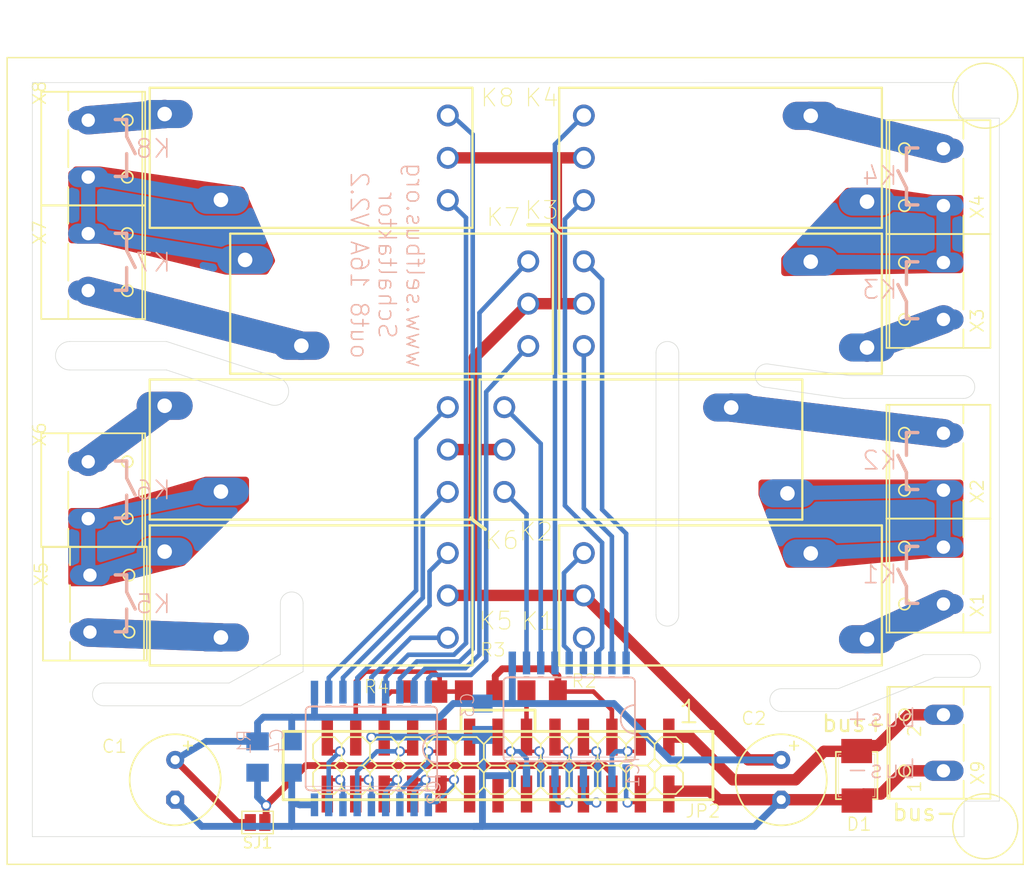
<source format=kicad_pcb>
(kicad_pcb (version 20240108) (generator "pcbnew") (generator_version "8.0")
  (layers (0 "F.Cu" signal) (31 "B.Cu" signal) (34 "B.Paste" user) (35 "F.Paste" user) (36 "B.SilkS" user "B.Silkscreen") (37 "F.SilkS" user "F.Silkscreen") (38 "B.Mask" user) (39 "F.Mask" user) (44 "Edge.Cuts" user))
  (net 0 "")
  (net 1 "GND")
  (net 2 "VDD")
  (net 3 "+12V")
  (net 4 "/O5")
  (net 5 "/O6")
  (net 6 "/O8")
  (net 7 "/O2")
  (net 8 "/O1")
  (net 9 "/O7")
  (net 10 "/O3")
  (net 11 "/O4")
  (net 12 "/IO4")
  (net 13 "/IO3")
  (net 14 "/IO7")
  (net 15 "/IO1")
  (net 16 "/IO2")
  (net 17 "/IO8")
  (net 18 "/IO6")
  (net 19 "/IO5")
  (net 20 "/O13")
  (net 21 "/O14")
  (net 22 "/O16")
  (net 23 "/O15")
  (net 24 "/O9")
  (net 25 "/O10")
  (net 26 "/O11")
  (net 27 "/O12")
  (net 28 "/IO12")
  (net 29 "/IO11")
  (net 30 "/IO10")
  (net 31 "/IO9")
  (net 32 "/IO15")
  (net 33 "/IO16")
  (net 34 "/IO14")
  (net 35 "/IO13")
  (net 36 "/APP_SEL")
  (net 41 "/EIB_DC")
  (net 42 "/+3V3")
  (net 43 "Net-(K1B-PA)")
  (net 44 "Net-(K1B-PB)")
  (net 45 "Net-(K2B-PB)")
  (net 46 "Net-(K3B-PA)")
  (net 47 "Net-(K3B-PB)")
  (net 48 "Net-(K4B-PB)")
  (net 49 "Net-(K5B-PA)")
  (net 50 "Net-(K5B-PB)")
  (net 51 "Net-(K6B-PA)")
  (net 52 "Net-(K7B-PA)")
  (net 53 "Net-(K7B-PB)")
  (net 54 "Net-(K8B-PA)")
  (footprint "out_8x_16A_bistab:HFE20-3-504" (layer "F.Cu") (at 160.0686 104.1066)
    (property "Reference" "K2")
    (property "Value" "HFE20-1-024-1HD504")
  )
  (footprint "out_8x_16A_bistab:E3,5-8" (layer "F.Cu") (at 118.0986 133.5786 -90)
    (property "Reference" "C1")
    (property "Value" "330µF/35V")
  )
  (footprint "out_8x_16A_bistab:W237-132" (layer "F.Cu") (at 110.9726 87.376 -90)
    (property "Reference" "X7")
    (property "Value" "W237-02P")
  )
  (footprint "out_8x_16A_bistab:W237-132" (layer "F.Cu") (at 186.0296 115.3541 90)
    (property "Reference" "X1")
    (property "Value" "W237-02P")
  )
  (footprint "out_8x_16A_bistab:M1206" (layer "F.Cu") (at 140.1826 125.7046)
    (property "Reference" "R4")
    (property "Value" "33k")
  )
  (footprint "out_8x_16A_bistab:HFE20-3-504" (layer "F.Cu") (at 137.0076 91.0891 180)
    (property "Reference" "K7")
    (property "Value" "HFE20-1-024-1HD504")
  )
  (footprint "out_8x_16A_bistab:M1206" (layer "F.Cu") (at 150.8506 125.7046)
    (property "Reference" "R2")
    (property "Value" "3k3")
  )
  (footprint "out_8x_16A_bistab:W237-132" (layer "F.Cu") (at 186.0296 89.9541 90)
    (property "Reference" "X3")
    (property "Value" "W237-02P")
  )
  (footprint "out_8x_16A_bistab:HFE20-3-504" (layer "F.Cu") (at 129.8286 117.1241 180)
    (property "Reference" "K5")
    (property "Value" "HFE20-1-024-1HD504")
  )
  (footprint "out_8x_16A_bistab:W237-132" (layer "F.Cu") (at 110.9726 107.7341 -90)
    (property "Reference" "X6")
    (property "Value" "W237-02P")
  )
  (footprint "out_8x_16A_bistab:HFE20-3-504" (layer "F.Cu") (at 167.1701 117.1241)
    (property "Reference" "K1")
    (property "Value" "HFE20-1-024-1HD504")
  )
  (footprint "out_8x_16A_bistab:W237-132" (layer "F.Cu") (at 186.0296 79.7941 90)
    (property "Reference" "X4")
    (property "Value" "W237-02P")
  )
  (footprint "Jumper:SolderJumper-2_P1.3mm_Open_Pad1.0x1.5mm" (layer "F.Cu") (at 125.4506 137.3886 180)
    (property "Reference" "SJ1")
    (property "Value" "A")
  )
  (footprint "out_8x_16A_bistab:W237-102" (layer "F.Cu") (at 185.3946 130.2766 90)
    (property "Reference" "X9")
    (property "Value" "W237-102")
  )
  (footprint "out_8x_16A_bistab:HUT4C-NO-DRILL" (layer "F.Cu") (at 103.0986 69.1261 -90)
    (property "Reference" "U$1" (hide yes))
    (property "Value" "" (hide yes))
    (fp_line (start 2.2275 -2.2525) (end 69.5275 -2.2525) (stroke (width 0.05)) (layer "Edge.Cuts"))
    (fp_line (start 69.5275 -2.2525) (end 69.5325 -85.4075) (stroke (width 0.05)) (layer "Edge.Cuts"))
    (fp_line (start 2.2225 -84.9075) (end 2.2275 -2.2525) (stroke (width 0.05)) (layer "Edge.Cuts"))
    (fp_line (start 5.4025 -84.9075) (end 2.2225 -84.9075) (stroke (width 0.05)) (layer "Edge.Cuts"))
    (fp_line (start 66.3525 -85.4075) (end 66.3525 -88.5525) (stroke (width 0.05)) (layer "Edge.Cuts"))
    (fp_line (start 69.5325 -85.4075) (end 66.3525 -85.4075) (stroke (width 0.05)) (layer "Edge.Cuts"))
    (fp_line (start 5.4025 -88.5525) (end 5.4025 -84.9075) (stroke (width 0.05)) (layer "Edge.Cuts"))
    (fp_line (start 66.3525 -88.5525) (end 5.4025 -88.5525) (stroke (width 0.05)) (layer "Edge.Cuts"))
  )
  (footprint "out_8x_16A_bistab:SMB" (layer "F.Cu") (at 179.0446 133.3246 -90)
    (property "Reference" "D1")
    (property "Value" "SMAJ40CA" (hide yes))
  )
  (footprint "out_8x_16A_bistab:W237-132" (layer "F.Cu") (at 110.9726 77.2541 -90)
    (property "Reference" "X8")
    (property "Value" "W237-02P")
  )
  (footprint "out_8x_16A_bistab:HFE20-3-504" (layer "F.Cu") (at 129.8286 104.1066 180)
    (property "Reference" "K6")
    (property "Value" "HFE20-1-024-1HD504")
  )
  (footprint "out_8x_16A_bistab:W237-132" (layer "F.Cu") (at 111.125 117.856 -90)
    (property "Reference" "X5")
    (property "Value" "W237-02P")
  )
  (footprint "out_8x_16A_bistab:HFE20-3-504" (layer "F.Cu") (at 129.8286 78.0716 180)
    (property "Reference" "K8")
    (property "Value" "HFE20-1-024-1HD504")
  )
  (footprint "out_8x_16A_bistab:M1206" (layer "F.Cu") (at 145.2626 125.7046)
    (property "Reference" "R3")
    (property "Value" "33k")
  )
  (footprint "out_8x_16A_bistab:W237-132" (layer "F.Cu") (at 186.0296 105.1941 90)
    (property "Reference" "X2")
    (property "Value" "W237-02P")
  )
  (footprint "out_8x_16A_bistab:HFE20-3-504" (layer "F.Cu") (at 167.1701 78.0716)
    (property "Reference" "K4")
    (property "Value" "HFE20-1-024-1HD504")
  )
  (footprint "out_8x_16A_bistab:2X13SMD" (layer "F.Cu") (at 160.8836 133.5786 180)
    (property "Reference" "JP2")
    (property "Value" "A" (hide yes))
  )
  (footprint "out_8x_16A_bistab:HFE20-3-504" (layer "F.Cu") (at 167.1701 91.0891)
    (property "Reference" "K3")
    (property "Value" "HFE20-1-024-1HD504")
  )
  (footprint "out_8x_16A_bistab:E3,5-8" (layer "F.Cu") (at 172.1866 133.5786 -90)
    (property "Reference" "C2")
    (property "Value" "330µF/35V")
  )
  (footprint "out_8x_16A_bistab:C1206" (layer "B.Cu") (at 145.5216 128.1736 -90)
    (property "Reference" "C3")
    (property "Value" "100n")
  )
  (footprint "out_8x_16A_bistab:SO18W" (layer "B.Cu") (at 135.6106 130.7846 180)
    (property "Reference" "IC2")
    (property "Value" "ULN2803")
  )
  (footprint "out_8x_16A_bistab:SO18W" (layer "B.Cu") (at 153.2636 128.1811 180)
    (property "Reference" "IC1")
    (property "Value" "ULN2803")
  )
  (footprint "out_8x_16A_bistab:M1206" (layer "B.Cu") (at 125.4506 131.5466 90)
    (property "Reference" "R1")
    (property "Value" "680")
  )
  (footprint "out_8x_16A_bistab:C1206" (layer "B.Cu") (at 128.4986 131.5466 -90)
    (property "Reference" "C4")
    (property "Value" "100n")
  )
  (gr_line (start 183.3626 80.7466) (end 182.6006 79.2226) (stroke (width 0.3048)) (layer "B.SilkS"))
  (gr_line (start 113.7666 77.6986) (end 113.7666 79.7306) (stroke (width 0.3048)) (layer "B.SilkS"))
  (gr_line (start 183.3626 87.3506) (end 184.3786 87.3506) (stroke (width 0.3048)) (layer "B.SilkS"))
  (gr_line (start 183.3626 79.2226) (end 183.3626 77.1906) (stroke (width 0.3048)) (layer "B.SilkS"))
  (gr_line (start 112.7506 84.8106) (end 113.7666 84.8106) (stroke (width 0.3048)) (layer "B.SilkS"))
  (gr_line (start 113.7666 86.3346) (end 114.5286 87.8586) (stroke (width 0.3048)) (layer "B.SilkS"))
  (gr_line (start 184.3786 92.4306) (end 183.3626 92.4306) (stroke (width 0.3048)) (layer "B.SilkS"))
  (gr_line (start 113.7666 87.8586) (end 113.7666 89.8906) (stroke (width 0.3048)) (layer "B.SilkS"))
  (gr_line (start 113.7666 84.8106) (end 113.7666 86.3346) (stroke (width 0.3048)) (layer "B.SilkS"))
  (gr_line (start 112.7506 115.2906) (end 113.7666 115.2906) (stroke (width 0.3048)) (layer "B.SilkS"))
  (gr_line (start 183.3626 107.6706) (end 183.3626 106.1466) (stroke (width 0.3048)) (layer "B.SilkS"))
  (gr_line (start 113.7666 118.3386) (end 113.7666 120.3706) (stroke (width 0.3048)) (layer "B.SilkS"))
  (gr_line (start 113.7666 115.2906) (end 113.7666 116.8146) (stroke (width 0.3048)) (layer "B.SilkS"))
  (gr_line (start 113.7666 105.1306) (end 113.7666 106.6546) (stroke (width 0.3048)) (layer "B.SilkS"))
  (gr_line (start 183.3626 106.1466) (end 182.6006 104.6226) (stroke (width 0.3048)) (layer "B.SilkS"))
  (gr_line (start 113.7666 116.8146) (end 114.5286 118.3386) (stroke (width 0.3048)) (layer "B.SilkS"))
  (gr_line (start 112.7506 105.1306) (end 113.7666 105.1306) (stroke (width 0.3048)) (layer "B.SilkS"))
  (gr_line (start 183.3626 82.2706) (end 183.3626 80.7466) (stroke (width 0.3048)) (layer "B.SilkS"))
  (gr_line (start 183.3626 89.3826) (end 183.3626 87.3506) (stroke (width 0.3048)) (layer "B.SilkS"))
  (gr_line (start 183.3626 114.7826) (end 183.3626 112.7506) (stroke (width 0.3048)) (layer "B.SilkS"))
  (gr_line (start 183.3626 92.4306) (end 183.3626 90.9066) (stroke (width 0.3048)) (layer "B.SilkS"))
  (gr_line (start 183.3626 112.7506) (end 184.3786 112.7506) (stroke (width 0.3048)) (layer "B.SilkS"))
  (gr_line (start 113.7666 74.6506) (end 113.7666 76.1746) (stroke (width 0.3048)) (layer "B.SilkS"))
  (gr_line (start 184.3786 117.8306) (end 183.3626 117.8306) (stroke (width 0.3048)) (layer "B.SilkS"))
  (gr_line (start 113.7666 110.2106) (end 112.7506 110.2106) (stroke (width 0.3048)) (layer "B.SilkS"))
  (gr_line (start 113.7666 89.8906) (end 112.7506 89.8906) (stroke (width 0.3048)) (layer "B.SilkS"))
  (gr_line (start 113.7666 120.3706) (end 112.7506 120.3706) (stroke (width 0.3048)) (layer "B.SilkS"))
  (gr_line (start 184.3786 107.6706) (end 183.3626 107.6706) (stroke (width 0.3048)) (layer "B.SilkS"))
  (gr_line (start 183.3626 104.6226) (end 183.3626 102.5906) (stroke (width 0.3048)) (layer "B.SilkS"))
  (gr_line (start 113.7666 76.1746) (end 114.5286 77.6986) (stroke (width 0.3048)) (layer "B.SilkS"))
  (gr_line (start 112.7506 74.6506) (end 113.7666 74.6506) (stroke (width 0.3048)) (layer "B.SilkS"))
  (gr_line (start 113.7666 106.6546) (end 114.5286 108.1786) (stroke (width 0.3048)) (layer "B.SilkS"))
  (gr_line (start 113.7666 79.7306) (end 112.7506 79.7306) (stroke (width 0.3048)) (layer "B.SilkS"))
  (gr_line (start 113.7666 108.1786) (end 113.7666 110.2106) (stroke (width 0.3048)) (layer "B.SilkS"))
  (gr_line (start 183.3626 77.1906) (end 184.3786 77.1906) (stroke (width 0.3048)) (layer "B.SilkS"))
  (gr_line (start 183.3626 90.9066) (end 182.6006 89.3826) (stroke (width 0.3048)) (layer "B.SilkS"))
  (gr_line (start 183.3626 102.5906) (end 184.3786 102.5906) (stroke (width 0.3048)) (layer "B.SilkS"))
  (gr_line (start 184.3786 82.2706) (end 183.3626 82.2706) (stroke (width 0.3048)) (layer "B.SilkS"))
  (gr_line (start 183.3626 116.3066) (end 182.6006 114.7826) (stroke (width 0.3048)) (layer "B.SilkS"))
  (gr_line (start 183.3626 117.8306) (end 183.3626 116.3066) (stroke (width 0.3048)) (layer "B.SilkS"))
  (gr_line (start 143.6116 129.2606) (end 143.6116 127.3556) (stroke (width 0.254)) (layer "F.SilkS"))
  (gr_line (start 127.7366 129.2606) (end 127.7366 135.3566) (stroke (width 0.254)) (layer "F.SilkS"))
  (gr_line (start 150.2156 127.3556) (end 150.2156 129.2606) (stroke (width 0.254)) (layer "F.SilkS"))
  (gr_line (start 151.6126 84.0486) (end 152.3746 84.8106) (stroke (width 0.3048)) (layer "F.SilkS"))
  (gr_line (start 127.7366 135.3566) (end 166.0906 135.3566) (stroke (width 0.254)) (layer "F.SilkS"))
  (gr_line (start 143.6116 129.2606) (end 127.7366 129.2606) (stroke (width 0.254)) (layer "F.SilkS"))
  (gr_line (start 145.7706 111.2266) (end 144.7546 110.4646) (stroke (width 0.3048)) (layer "F.SilkS"))
  (gr_line (start 166.0906 129.2606) (end 150.2156 129.2606) (stroke (width 0.254)) (layer "F.SilkS"))
  (gr_line (start 144.7546 110.4646) (end 144.5006 110.2106) (stroke (width 0.3048)) (layer "F.SilkS"))
  (gr_line (start 166.0906 135.3566) (end 166.0906 129.2606) (stroke (width 0.254)) (layer "F.SilkS"))
  (gr_line (start 150.2156 129.2606) (end 143.6116 129.2606) (stroke (width 0.254)) (layer "F.SilkS"))
  (gr_line (start 143.6116 127.3556) (end 150.2156 127.3556) (stroke (width 0.254)) (layer "F.SilkS"))
  (gr_line (start 151.6126 84.0486) (end 149.5806 84.0486) (stroke (width 0.3048)) (layer "F.SilkS"))
  (gr_line (start 126.4666 100.0506) (end 117.3226 97.0026) (stroke (width 0.05)) (layer "Edge.Cuts"))
  (gr_line (start 172.1866 127.4826) (end 178.2826 127.4826) (stroke (width 0.05)) (layer "Edge.Cuts"))
  (gr_line (start 178.2826 127.4826) (end 185.9026 124.4346) (stroke (width 0.05)) (layer "Edge.Cuts"))
  (gr_line (start 177.7746 99.5426) (end 170.6626 98.5266) (stroke (width 0.05)) (layer "Edge.Cuts"))
  (gr_arc (start 172.1866 127.4826) (mid 171.1706 126.4666) (end 172.1866 125.4506) (stroke (width 0.05)) (layer "Edge.Cuts"))
  (gr_line (start 184.8866 122.4026) (end 177.2666 125.4506) (stroke (width 0.05)) (layer "Edge.Cuts"))
  (gr_line (start 117.3226 97.0026) (end 108.6866 97.0026) (stroke (width 0.05)) (layer "Edge.Cuts"))
  (gr_arc (start 108.6866 97.0026) (mid 107.4166 95.7326) (end 108.6866 94.4626) (stroke (width 0.05)) (layer "Edge.Cuts"))
  (gr_line (start 127.4826 122.4026) (end 127.4826 117.8306) (stroke (width 0.05)) (layer "Edge.Cuts"))
  (gr_arc (start 163.0426 118.8466) (mid 162.0266 119.8626) (end 161.0106 118.8466) (stroke (width 0.05)) (layer "Edge.Cuts"))
  (gr_line (start 108.6866 94.4626) (end 117.3226 94.4626) (stroke (width 0.05)) (layer "Edge.Cuts"))
  (gr_line (start 185.9026 124.4346) (end 188.9506 124.4346) (stroke (width 0.05)) (layer "Edge.Cuts"))
  (gr_line (start 123.9266 126.9746) (end 111.7346 126.9746) (stroke (width 0.05)) (layer "Edge.Cuts"))
  (gr_line (start 178.2826 97.5106) (end 171.1706 96.4946) (stroke (width 0.05)) (layer "Edge.Cuts"))
  (gr_line (start 177.2666 125.4506) (end 172.1866 125.4506) (stroke (width 0.05)) (layer "Edge.Cuts"))
  (gr_line (start 188.9506 122.4026) (end 184.8866 122.4026) (stroke (width 0.05)) (layer "Edge.Cuts"))
  (gr_line (start 188.4426 97.5106) (end 178.2826 97.5106) (stroke (width 0.05)) (layer "Edge.Cuts"))
  (gr_line (start 117.3226 94.4626) (end 127.4826 97.7646) (stroke (width 0.05)) (layer "Edge.Cuts"))
  (gr_line (start 129.5146 117.8306) (end 129.5146 123.9266) (stroke (width 0.05)) (layer "Edge.Cuts"))
  (gr_arc (start 188.9506 122.4026) (mid 189.9666 123.4186) (end 188.9506 124.4346) (stroke (width 0.05)) (layer "Edge.Cuts"))
  (gr_line (start 161.0106 95.4786) (end 161.0106 118.8466) (stroke (width 0.05)) (layer "Edge.Cuts"))
  (gr_arc (start 127.4826 97.7646) (mid 128.1176 99.4156) (end 126.4666 100.0506) (stroke (width 0.05)) (layer "Edge.Cuts"))
  (gr_line (start 163.0426 118.8466) (end 163.0426 95.4786) (stroke (width 0.05)) (layer "Edge.Cuts"))
  (gr_arc (start 111.7346 126.9746) (mid 110.7186 125.9586) (end 111.7346 124.9426) (stroke (width 0.05)) (layer "Edge.Cuts"))
  (gr_arc (start 188.4426 97.5106) (mid 189.4586 98.5266) (end 188.4426 99.5426) (stroke (width 0.05)) (layer "Edge.Cuts"))
  (gr_arc (start 127.4826 117.8306) (mid 128.4986 116.8146) (end 129.5146 117.8306) (stroke (width 0.05)) (layer "Edge.Cuts"))
  (gr_line (start 111.7346 124.9426) (end 122.9106 124.9426) (stroke (width 0.05)) (layer "Edge.Cuts"))
  (gr_line (start 188.4426 99.5426) (end 177.7746 99.5426) (stroke (width 0.05)) (layer "Edge.Cuts"))
  (gr_line (start 122.9106 124.9426) (end 127.4826 122.4026) (stroke (width 0.05)) (layer "Edge.Cuts"))
  (gr_line (start 129.5146 123.9266) (end 123.9266 126.9746) (stroke (width 0.05)) (layer "Edge.Cuts"))
  (gr_arc (start 170.6626 98.5266) (mid 169.9006 97.2566) (end 171.1706 96.4946) (stroke (width 0.05)) (layer "Edge.Cuts"))
  (gr_arc (start 161.0106 95.4786) (mid 162.0266 94.4626) (end 163.0426 95.4786) (stroke (width 0.05)) (layer "Edge.Cuts"))
  (gr_text "K3" (at 179.2986 88.8746 0) (layer "B.SilkS") (effects (font (size 1.63576 1.63576) (thickness 0.14224)) (justify right top mirror)))
  (gr_text "K7" (at 117.8306 88.3666 0) (layer "B.SilkS") (effects (font (size 1.63576 1.63576) (thickness 0.14224)) (justify left bottom mirror)))
  (gr_text "www.selfbus.org\nSchaltaktor\nout8 16A V2.2" (at 137.014003 87.654429 -90) (layer "B.SilkS") (effects (font (size 1.542288 1.542288) (thickness 0.134112)) (justify mirror)))
  (gr_text "K6" (at 117.8306 108.6866 0) (layer "B.SilkS") (effects (font (size 1.63576 1.63576) (thickness 0.14224)) (justify left bottom mirror)))
  (gr_text "K4" (at 179.2986 78.7146 0) (layer "B.SilkS") (effects (font (size 1.63576 1.63576) (thickness 0.14224)) (justify right top mirror)))
  (gr_text "K1" (at 179.2986 114.2746 0) (layer "B.SilkS") (effects (font (size 1.63576 1.63576) (thickness 0.14224)) (justify right top mirror)))
  (gr_text "K5" (at 117.8306 118.8466 0) (layer "B.SilkS") (effects (font (size 1.63576 1.63576) (thickness 0.14224)) (justify left bottom mirror)))
  (gr_text "bus-" (at 184.3786 133.5786 0) (layer "B.SilkS") (effects (font (size 1.63576 1.63576) (thickness 0.14224)) (justify left bottom mirror)))
  (gr_text "K2" (at 179.2986 104.1146 0) (layer "B.SilkS") (effects (font (size 1.63576 1.63576) (thickness 0.14224)) (justify right top mirror)))
  (gr_text "bus+" (at 184.3786 129.0066 0) (layer "B.SilkS") (effects (font (size 1.63576 1.63576) (thickness 0.14224)) (justify left bottom mirror)))
  (gr_text "K8" (at 117.8306 78.2066 0) (layer "B.SilkS") (effects (font (size 1.63576 1.63576) (thickness 0.14224)) (justify left bottom mirror)))
  (gr_text "bus+" (at 178.681284 128.552904 0) (layer "F.SilkS") (effects (font (size 1.475232 1.475232) (thickness 0.201168))))
  (gr_text "1" (at 162.879128 128.696638 0) (layer "F.SilkS") (effects (font (size 2.009648 2.009648) (thickness 0.174752)) (justify left bottom)))
  (gr_text "bus-" (at 184.959175 136.507191 0) (layer "F.SilkS") (effects (font (size 1.475232 1.475232) (thickness 0.201168))))
  (segment (start 178.8668 135.3566) (end 178.943 135.4328) (width 1.016) (layer "F.Cu") (net 1))
  (segment (start 172.1866 135.3566) (end 178.8668 135.3566) (width 1.016) (layer "F.Cu") (net 1))
  (segment (start 186.6646 132.7766) (end 183.1486 132.7766) (width 1.016) (layer "F.Cu") (net 1))
  (segment (start 136.7536 129.7686) (end 135.6106 129.7686) (width 0.3048) (layer "F.Cu") (net 1))
  (segment (start 179.5272 134.8486) (end 178.943 135.4328) (width 1.016) (layer "F.Cu") (net 1))
  (segment (start 165.8366 134.5946) (end 162.4076 134.5946) (width 1.016) (layer "F.Cu") (net 1))
  (segment (start 172.1866 135.3566) (end 166.5986 135.3566) (width 1.016) (layer "F.Cu") (net 1))
  (segment (start 166.5986 135.3566) (end 165.8366 134.5946) (width 1.016) (layer "F.Cu") (net 1))
  (segment (start 136.7536 129.7686) (end 136.7536 126.3396) (width 0.4064) (layer "F.Cu") (net 1))
  (segment (start 181.0766 134.8486) (end 179.5272 134.8486) (width 1.016) (layer "F.Cu") (net 1))
  (segment (start 136.7536 126.3396) (end 137.3886 125.7046) (width 0.4064) (layer "F.Cu") (net 1))
  (segment (start 138.7826 125.7046) (end 137.3886 125.7046) (width 0.4064) (layer "F.Cu") (net 1))
  (segment (start 183.1486 132.7766) (end 181.0766 134.8486) (width 1.016) (layer "F.Cu") (net 1))
  (segment (start 162.4076 134.5946) (end 162.1536 134.8486) (width 1.016) (layer "F.Cu") (net 1))
  (via (at 135.6106 129.7686) (size 0.9048) (drill 0.6) (layers "F.Cu" "B.Cu") (net 1))
  (segment (start 145.5216 129.5736) (end 144.8186 129.7686) (width 0.6096) (layer "B.Cu") (net 1))
  (segment (start 130.5306 135.8138) (end 129.2098 135.8138) (width 0.6096) (layer "B.Cu") (net 1))
  (segment (start 145.5216 133.0706) (end 145.5216 137.7286) (width 0.6096) (layer "B.Cu") (net 1))
  (segment (start 129.2098 135.8138) (end 128.4986 135.6106) (width 0.6096) (layer "B.Cu") (net 1))
  (segment (start 145.5216 137.7286) (end 144.7546 137.7336) (width 0.6096) (layer "B.Cu") (net 1))
  (segment (start 145.5216 129.5736) (end 145.5216 133.0706) (width 0.6096) (layer "B.Cu") (net 1))
  (segment (start 128.4986 137.7336) (end 120.4756 137.7336) (width 0.6096) (layer "B.Cu") (net 1))
  (segment (start 128.4986 135.6106) (end 128.4986 137.7336) (width 0.6096) (layer "B.Cu") (net 1))
  (segment (start 169.8096 137.7336) (end 172.1866 135.3566) (width 0.6096) (layer "B.Cu") (net 1))
  (segment (start 128.4986 132.9466) (end 128.4986 135.6106) (width 0.6096) (layer "B.Cu") (net 1))
  (segment (start 145.6613 133.2103) (end 145.5216 133.0706) (width 0.6096) (layer "B.Cu") (net 1))
  (segment (start 144.8186 129.7686) (end 135.6106 129.7686) (width 0.6096) (layer "B.Cu") (net 1))
  (segment (start 128.4986 137.7336) (end 144.7546 137.7336) (width 0.6096) (layer "B.Cu") (net 1))
  (segment (start 144.7546 137.7336) (end 169.8096 137.7336) (width 0.6096) (layer "B.Cu") (net 1))
  (segment (start 148.1836 133.2103) (end 145.6613 133.2103) (width 0.6096) (layer "B.Cu") (net 1))
  (segment (start 120.4756 137.7336) (end 118.0986 135.3566) (width 0.6096) (layer "B.Cu") (net 1))
  (segment (start 142.4286 104.1066) (end 144.804093 104.1066) (width 1.016) (layer "F.Cu") (net 2))
  (segment (start 169.2466 131.8006) (end 154.5701 117.1241) (width 1.016) (layer "F.Cu") (net 2))
  (segment (start 154.5701 91.0891) (end 152.107715 91.0891) (width 1.016) (layer "F.Cu") (net 2))
  (segment (start 144.804093 95.892607) (end 144.804093 104.1066) (width 1.016) (layer "F.Cu") (net 2))
  (segment (start 144.804093 104.1066) (end 144.7546 117.1241) (width 1.016) (layer "F.Cu") (net 2))
  (segment (start 154.5701 117.1241) (end 144.7546 117.1241) (width 1.016) (layer "F.Cu") (net 2))
  (segment (start 154.5701 78.0716) (end 152.1206 78.0716) (width 1.016) (layer "F.Cu") (net 2))
  (segment (start 152.1206 78.0716) (end 142.4286 78.0716) (width 1.016) (layer "F.Cu") (net 2))
  (segment (start 149.6076 91.0891) (end 144.804093 95.892607) (width 1.016) (layer "F.Cu") (net 2))
  (segment (start 152.1206 91.076216) (end 152.1206 78.0716) (width 1.016) (layer "F.Cu") (net 2))
  (segment (start 144.804093 104.1066) (end 147.4686 104.1066) (width 1.016) (layer "F.Cu") (net 2))
  (segment (start 123.6866 137.3886) (end 118.0986 131.8006) (width 0.6096) (layer "F.Cu") (net 2))
  (segment (start 144.7546 117.1241) (end 142.4286 117.1241) (width 1.016) (layer "F.Cu") (net 2))
  (segment (start 124.6886 137.3886) (end 123.6866 137.3886) (width 0.6096) (layer "F.Cu") (net 2))
  (segment (start 152.107715 91.0891) (end 152.1206 91.076216) (width 1.016) (layer "F.Cu") (net 2))
  (segment (start 172.1866 131.8006) (end 169.2466 131.8006) (width 1.016) (layer "F.Cu") (net 2))
  (segment (start 152.107715 91.0891) (end 149.6076 91.0891) (width 1.016) (layer "F.Cu") (net 2))
  (segment (start 130.5306 125.7554) (end 130.5306 127.9906) (width 0.6096) (layer "B.Cu") (net 2))
  (segment (start 148.1836 123.1519) (end 148.1836 126.6466) (width 0.6096) (layer "B.Cu") (net 2))
  (segment (start 141.7066 127.9906) (end 130.5306 127.9906) (width 0.6096) (layer "B.Cu") (net 2))
  (segment (start 128.4986 130.1466) (end 128.4986 127.9906) (width 0.6096) (layer "B.Cu") (net 2))
  (segment (start 162.2806 131.8006) (end 172.1866 131.8006) (width 0.6096) (layer "B.Cu") (net 2))
  (segment (start 157.2536 126.7736) (end 162.2806 131.8006) (width 0.6096) (layer "B.Cu") (net 2))
  (segment (start 130.5306 127.9906) (end 128.4986 127.9906) (width 0.6096) (layer "B.Cu") (net 2))
  (segment (start 125.4506 130.1466) (end 120.8816 130.1466) (width 0.6096) (layer "B.Cu") (net 2))
  (segment (start 128.4986 127.9906) (end 125.9586 127.9906) (width 0.6096) (layer "B.Cu") (net 2))
  (segment (start 142.9236 126.7736) (end 141.7066 127.9906) (width 0.6096) (layer "B.Cu") (net 2))
  (segment (start 120.8816 130.1466) (end 118.0986 131.8006) (width 0.6096) (layer "B.Cu") (net 2))
  (segment (start 125.9586 127.9906) (end 125.4506 128.4986) (width 0.6096) (layer "B.Cu") (net 2))
  (segment (start 125.4506 128.4986) (end 125.4506 130.1466) (width 0.6096) (layer "B.Cu") (net 2))
  (segment (start 145.5216 126.7736) (end 148.3106 126.7736) (width 0.6096) (layer "B.Cu") (net 2))
  (segment (start 145.5216 126.7736) (end 142.9236 126.7736) (width 0.6096) (layer "B.Cu") (net 2))
  (segment (start 148.1836 126.6466) (end 148.3106 126.7736) (width 0.6096) (layer "B.Cu") (net 2))
  (segment (start 148.3106 126.7736) (end 157.2536 126.7736) (width 0.6096) (layer "B.Cu") (net 2))
  (segment (start 178.8922 131.0386) (end 178.9176 131.0132) (width 1.016) (layer "F.Cu") (net 3))
  (segment (start 183.5766 127.7766) (end 180.8226 130.5306) (width 1.016) (layer "F.Cu") (net 3))
  (segment (start 167.8686 133.5786) (end 173.4566 133.5786) (width 1.016) (layer "F.Cu") (net 3))
  (segment (start 186.6646 127.7766) (end 183.5766 127.7766) (width 1.016) (layer "F.Cu") (net 3))
  (segment (start 164.0586 129.7686) (end 162.1536 129.7686) (width 1.016) (layer "F.Cu") (net 3))
  (segment (start 179.4002 130.5306) (end 178.9176 131.0132) (width 1.016) (layer "F.Cu") (net 3))
  (segment (start 173.4566 133.5786) (end 175.9966 131.0386) (width 1.016) (layer "F.Cu") (net 3))
  (segment (start 180.8226 130.5306) (end 179.4002 130.5306) (width 1.016) (layer "F.Cu") (net 3))
  (segment (start 164.0586 129.7686) (end 167.8686 133.5786) (width 1.016) (layer "F.Cu") (net 3))
  (segment (start 175.9966 131.0386) (end 178.8922 131.0386) (width 1.016) (layer "F.Cu") (net 3))
  (segment (start 156.1986 88.9376) (end 154.5701 87.3091) (width 0.4064) (layer "B.Cu") (net 4))
  (segment (start 156.1986 109.4626) (end 156.1986 88.9376) (width 0.4064) (layer "B.Cu") (net 4))
  (segment (start 156.1986 109.4626) (end 158.3436 111.6076) (width 0.4064) (layer "B.Cu") (net 4))
  (segment (start 158.3436 123.1519) (end 158.3436 111.6076) (width 0.4064) (layer "B.Cu") (net 4))
  (segment (start 157.0736 123.1519) (end 157.0736 111.8616) (width 0.4064) (layer "B.Cu") (net 5))
  (segment (start 154.5701 109.3581) (end 154.5701 94.8691) (width 0.4064) (layer "B.Cu") (net 5))
  (segment (start 157.0736 111.8616) (end 154.5701 109.3581) (width 0.4064) (layer "B.Cu") (net 5))
  (segment (start 156.1986 121.775191) (end 155.85575 122.118041) (width 0.4064) (layer "B.Cu") (net 6))
  (segment (start 152.8826 83.5391) (end 152.8826 109.108504) (width 0.4064) (layer "B.Cu") (net 6))
  (segment (start 155.85575 123.09975) (end 155.8036 123.1519) (width 0.4064) (layer "B.Cu") (net 6))
  (segment (start 156.1986 112.424504) (end 156.1986 121.775191) (width 0.4064) (layer "B.Cu") (net 6))
  (segment (start 153.224362 109.450266) (end 156.1986 112.424504) (width 0.4064) (layer "B.Cu") (net 6))
  (segment (start 155.8036 123.1519) (end 155.8036 123.0376) (width 0.3048) (layer "B.Cu") (net 6))
  (segment (start 152.8826 83.5391) (end 154.5701 81.8516) (width 0.4064) (layer "B.Cu") (net 6))
  (segment (start 152.968696 109.1946) (end 153.224362 109.450266) (width 0.4064) (layer "B.Cu") (net 6))
  (segment (start 152.8826 109.108504) (end 152.968696 109.1946) (width 0.4064) (layer "B.Cu") (net 6))
  (segment (start 155.85575 122.118041) (end 155.85575 123.09975) (width 0.4064) (layer "B.Cu") (net 6))
  (segment (start 154.5336 120.9406) (end 154.5701 120.9041) (width 0.3048) (layer "B.Cu") (net 7))
  (segment (start 154.5336 123.1519) (end 154.5336 120.9406) (width 0.3048) (layer "B.Cu") (net 7))
  (segment (start 154.5701 113.3441) (end 152.7986 115.1156) (width 0.4064) (layer "B.Cu") (net 8))
  (segment (start 153.260687 122.072935) (end 153.260687 123.148988) (width 0.4064) (layer "B.Cu") (net 8))
  (segment (start 153.260687 123.148988) (end 153.2636 123.1519) (width 0.4064) (layer "B.Cu") (net 8))
  (segment (start 152.7986 121.610847) (end 153.260687 122.072935) (width 0.4064) (layer "B.Cu") (net 8))
  (segment (start 152.7986 115.1156) (end 152.7986 121.610847) (width 0.4064) (layer "B.Cu") (net 8))
  (segment (start 151.9936 123.1519) (end 151.9936 76.8681) (width 0.4064) (layer "B.Cu") (net 9))
  (segment (start 151.9936 76.8681) (end 154.5701 74.2916) (width 0.4064) (layer "B.Cu") (net 9))
  (segment (start 150.7236 103.5816) (end 147.4686 100.3266) (width 0.4064) (layer "B.Cu") (net 10))
  (segment (start 150.7236 123.1519) (end 150.7236 103.5816) (width 0.4064) (layer "B.Cu") (net 10))
  (segment (start 149.4536 123.1519) (end 149.4536 109.8716) (width 0.4064) (layer "B.Cu") (net 11))
  (segment (start 149.4536 109.8716) (end 147.4686 107.8866) (width 0.4064) (layer "B.Cu") (net 11))
  (segment (start 146.9136 129.7686) (end 146.9136 131.0386) (width 0.3048) (layer "F.Cu") (net 12))
  (segment (start 146.9136 131.0386) (end 148.0566 131.0386) (width 0.3048) (layer "F.Cu") (net 12))
  (via (at 148.0566 131.0386) (size 0.9048) (drill 0.6) (layers "F.Cu" "B.Cu") (net 12))
  (segment (start 148.8186 131.0386) (end 148.0566 131.0386) (width 0.4064) (layer "B.Cu") (net 12))
  (segment (start 149.4536 131.6736) (end 148.8186 131.0386) (width 0.4064) (layer "B.Cu") (net 12))
  (segment (start 149.4536 133.2103) (end 149.4536 131.6736) (width 0.4064) (layer "B.Cu") (net 12))
  (segment (start 149.4536 129.7686) (end 149.4536 131.0386) (width 0.3048) (layer "F.Cu") (net 13))
  (segment (start 149.4536 129.7686) (end 149.4536 125.7076) (width 0.4064) (layer "F.Cu") (net 13))
  (segment (start 149.4536 131.0386) (end 150.5966 131.0386) (width 0.3048) (layer "F.Cu") (net 13))
  (segment (start 149.4536 125.7076) (end 149.4506 125.7046) (width 0.4064) (layer "F.Cu") (net 13))
  (via (at 150.5966 131.0386) (size 0.9048) (drill 0.6) (layers "F.Cu" "B.Cu") (net 13))
  (segment (start 150.7236 131.1656) (end 150.5966 131.0386) (width 0.4064) (layer "B.Cu") (net 13))
  (segment (start 150.7236 133.2103) (end 150.7236 131.1656) (width 0.4064) (layer "B.Cu") (net 13))
  (segment (start 151.9936 134.8486) (end 151.9936 135.6106) (width 0.3048) (layer "F.Cu") (net 14))
  (segment (start 151.9936 135.6106) (end 153.1366 135.6106) (width 0.3048) (layer "F.Cu") (net 14))
  (via (at 153.1366 135.6106) (size 0.9048) (drill 0.6) (layers "F.Cu" "B.Cu") (net 14))
  (segment (start 151.9936 135.2296) (end 152.3746 135.6106) (width 0.4064) (layer "B.Cu") (net 14))
  (segment (start 151.9936 133.2103) (end 151.9936 135.2296) (width 0.4064) (layer "B.Cu") (net 14))
  (segment (start 152.3746 135.6106) (end 153.1366 135.6106) (width 0.4064) (layer "B.Cu") (net 14))
  (segment (start 151.9936 129.7686) (end 151.9936 131.0386) (width 0.3048) (layer "F.Cu") (net 15))
  (segment (start 151.9936 131.0386) (end 153.1366 131.0386) (width 0.3048) (layer "F.Cu") (net 15))
  (via (at 153.1366 131.0386) (size 0.9048) (drill 0.6) (layers "F.Cu" "B.Cu") (net 15))
  (segment (start 153.2636 133.2103) (end 153.2636 131.1656) (width 0.4064) (layer "B.Cu") (net 15))
  (segment (start 153.2636 131.1656) (end 153.1366 131.0386) (width 0.4064) (layer "B.Cu") (net 15))
  (segment (start 154.5336 135.6106) (end 155.6766 135.6106) (width 0.3048) (layer "F.Cu") (net 16))
  (segment (start 154.5336 134.8486) (end 154.5336 135.6106) (width 0.3048) (layer "F.Cu") (net 16))
  (via (at 155.6766 135.6106) (size 0.9048) (drill 0.6) (layers "F.Cu" "B.Cu") (net 16))
  (segment (start 154.5336 135.2296) (end 154.9146 135.6106) (width 0.4064) (layer "B.Cu") (net 16))
  (segment (start 154.9146 135.6106) (end 155.6766 135.6106) (width 0.4064) (layer "B.Cu") (net 16))
  (segment (start 154.5336 133.2103) (end 154.5336 135.2296) (width 0.4064) (layer "B.Cu") (net 16))
  (segment (start 154.5336 131.0386) (end 155.6766 131.0386) (width 0.3048) (layer "F.Cu") (net 17))
  (segment (start 154.5336 129.7686) (end 154.5336 131.0386) (width 0.3048) (layer "F.Cu") (net 17))
  (via (at 155.6766 131.0386) (size 0.9048) (drill 0.6) (layers "F.Cu" "B.Cu") (net 17))
  (segment (start 155.8036 133.2103) (end 155.8036 131.1656) (width 0.4064) (layer "B.Cu") (net 17))
  (segment (start 155.8036 131.1656) (end 155.6766 131.0386) (width 0.4064) (layer "B.Cu") (net 17))
  (segment (start 159.6136 129.7686) (end 159.6136 131.0386) (width 0.3048) (layer "F.Cu") (net 18))
  (segment (start 159.6136 131.0386) (end 158.4706 131.0386) (width 0.3048) (layer "F.Cu") (net 18))
  (via (at 158.4706 131.0386) (size 0.9048) (drill 0.6) (layers "F.Cu" "B.Cu") (net 18))
  (segment (start 157.0736 133.2103) (end 157.0736 131.4196) (width 0.4064) (layer "B.Cu") (net 18))
  (segment (start 157.0736 131.4196) (end 157.4546 131.0386) (width 0.4064) (layer "B.Cu") (net 18))
  (segment (start 157.4546 131.0386) (end 158.4706 131.0386) (width 0.4064) (layer "B.Cu") (net 18))
  (segment (start 159.6136 135.6106) (end 158.4706 135.6106) (width 0.3048) (layer "F.Cu") (net 19))
  (segment (start 159.6136 134.8486) (end 159.6136 135.6106) (width 0.3048) (layer "F.Cu") (net 19))
  (via (at 158.4706 135.6106) (size 0.9048) (drill 0.6) (layers "F.Cu" "B.Cu") (net 19))
  (segment (start 158.3436 135.4836) (end 158.4706 135.6106) (width 0.4064) (layer "B.Cu") (net 19))
  (segment (start 158.3436 133.2103) (end 158.3436 135.4836) (width 0.4064) (layer "B.Cu") (net 19))
  (segment (start 149.6076 94.8691) (end 145.8536 98.9601) (width 0.4064) (layer "B.Cu") (net 20))
  (segment (start 140.695043 124.521632) (end 140.695043 125.750957) (width 0.4064) (layer "B.Cu") (net 20))
  (segment (start 140.998075 124.2186) (end 140.695043 124.521632) (width 0.4064) (layer "B.Cu") (net 20))
  (segment (start 144.5006 124.2186) (end 145.8536 122.9106) (width 0.4064) (layer "B.Cu") (net 20))
  (segment (start 140.998075 124.2186) (end 144.5006 124.2186) (width 0.4064) (layer "B.Cu") (net 20))
  (segment (start 140.695043 125.750957) (end 140.6906 125.7554) (width 0.4064) (layer "B.Cu") (net 20))
  (segment (start 145.8536 122.9106) (end 145.8536 98.9601) (width 0.4064) (layer "B.Cu") (net 20))
  (segment (start 149.6076 87.3091) (end 145.2536 91.9081) (width 0.4064) (layer "B.Cu") (net 21))
  (segment (start 145.2536 122.4026) (end 145.2536 91.9081) (width 0.4064) (layer "B.Cu") (net 21))
  (segment (start 140.4366 123.6186) (end 143.9926 123.6186) (width 0.4064) (layer "B.Cu") (net 21))
  (segment (start 139.4206 124.6346) (end 139.4206 125.7554) (width 0.4064) (layer "B.Cu") (net 21))
  (segment (start 143.9926 123.6186) (end 145.2536 122.4026) (width 0.4064) (layer "B.Cu") (net 21))
  (segment (start 140.4366 123.6186) (end 139.4206 124.6346) (width 0.4064) (layer "B.Cu") (net 21))
  (segment (start 143.4846 123.0186) (end 139.6746 123.0186) (width 0.4064) (layer "B.Cu") (net 22))
  (segment (start 144.6536 121.8946) (end 143.4846 123.0186) (width 0.4064) (layer "B.Cu") (net 22))
  (segment (start 144.6536 75.9871) (end 144.6536 121.8946) (width 0.4064) (layer "B.Cu") (net 22))
  (segment (start 138.1506 124.5426) (end 138.1506 125.7554) (width 0.4064) (layer "B.Cu") (net 22))
  (segment (start 142.4286 74.2916) (end 142.8051 74.2916) (width 0.3048) (layer "B.Cu") (net 22))
  (segment (start 139.6746 123.0186) (end 138.1506 124.5426) (width 0.4064) (layer "B.Cu") (net 22))
  (segment (start 142.8051 74.2916) (end 144.6536 75.9871) (width 0.4064) (layer "B.Cu") (net 22))
  (segment (start 136.8806 124.4506) (end 136.8806 125.7554) (width 0.4064) (layer "B.Cu") (net 23))
  (segment (start 138.9126 122.4186) (end 136.8806 124.4506) (width 0.4064) (layer "B.Cu") (net 23))
  (segment (start 144.0536 83.4156) (end 144.0536 121.3866) (width 0.4064) (layer "B.Cu") (net 23))
  (segment (start 142.9766 122.4186) (end 138.9126 122.4186) (width 0.4064) (layer "B.Cu") (net 23))
  (segment (start 144.0536 121.3866) (end 142.9766 122.4186) (width 0.4064) (layer "B.Cu") (net 23))
  (segment (start 142.4286 81.8516) (end 144.0536 83.4156) (width 0.4064) (layer "B.Cu") (net 23))
  (segment (start 135.6106 125.7554) (end 135.6106 124.4346) (width 0.4064) (layer "B.Cu") (net 24))
  (segment (start 142.4286 120.9041) (end 139.1411 120.9041) (width 0.4064) (layer "B.Cu") (net 24))
  (segment (start 135.6106 124.4346) (end 139.1411 120.9041) (width 0.4064) (layer "B.Cu") (net 24))
  (segment (start 134.35889 124.470925) (end 134.35889 125.73711) (width 0.4064) (layer "B.Cu") (net 25))
  (segment (start 140.7986 118.031216) (end 140.7986 114.9741) (width 0.4064) (layer "B.Cu") (net 25))
  (segment (start 140.7986 118.031216) (end 134.35889 124.470925) (width 0.4064) (layer "B.Cu") (net 25))
  (segment (start 134.35889 125.73711) (end 134.3406 125.7554) (width 0.4064) (layer "B.Cu") (net 25))
  (segment (start 140.7986 114.9741) (end 142.4286 113.3441) (width 0.4064) (layer "B.Cu") (net 25))
  (segment (start 133.073981 124.465675) (end 133.073981 125.752019) (width 0.4064) (layer "B.Cu") (net 26))
  (segment (start 140.1986 117.341057) (end 133.073981 124.465675) (width 0.4064) (layer "B.Cu") (net 26))
  (segment (start 133.073981 125.752019) (end 133.0706 125.7554) (width 0.4064) (layer "B.Cu") (net 26))
  (segment (start 140.1986 117.341057) (end 140.1986 110.1166) (width 0.4064) (layer "B.Cu") (net 26))
  (segment (start 140.1986 110.1166) (end 142.4286 107.8866) (width 0.4064) (layer "B.Cu") (net 26))
  (segment (start 139.5986 103.1566) (end 142.4286 100.3266) (width 0.4064) (layer "B.Cu") (net 27))
  (segment (start 131.804993 125.751007) (end 131.8006 125.7554) (width 0.4064) (layer "B.Cu") (net 27))
  (segment (start 139.5986 116.682707) (end 131.804993 124.476313) (width 0.4064) (layer "B.Cu") (net 27))
  (segment (start 131.804993 124.476313) (end 131.804993 125.751007) (width 0.4064) (layer "B.Cu") (net 27))
  (segment (start 139.5986 116.682707) (end 139.5986 103.1566) (width 0.4064) (layer "B.Cu") (net 27))
  (segment (start 131.6736 129.7686) (end 131.6736 131.0386) (width 0.3048) (layer "F.Cu") (net 28))
  (segment (start 131.6736 131.0386) (end 132.8166 131.0386) (width 0.3048) (layer "F.Cu") (net 28))
  (via (at 132.8166 131.0386) (size 0.9048) (drill 0.6) (layers "F.Cu" "B.Cu") (net 28))
  (segment (start 131.8006 132.0546) (end 131.8006 135.8138) (width 0.4064) (layer "B.Cu") (net 28))
  (segment (start 132.8166 131.0386) (end 131.8006 132.0546) (width 0.4064) (layer "B.Cu") (net 28))
  (segment (start 131.6736 134.8486) (end 131.6736 133.5786) (width 0.3048) (layer "F.Cu") (net 29))
  (segment (start 131.6736 133.5786) (end 132.8166 133.5786) (width 0.3048) (layer "F.Cu") (net 29))
  (via (at 132.8166 133.5786) (size 0.9048) (drill 0.6) (layers "F.Cu" "B.Cu") (net 29))
  (segment (start 133.0706 133.8326) (end 133.0706 135.8138) (width 0.4064) (layer "B.Cu") (net 29))
  (segment (start 132.8166 133.5786) (end 133.0706 133.8326) (width 0.4064) (layer "B.Cu") (net 29))
  (segment (start 139.1666 131.0386) (end 139.1666 129.8956) (width 0.3048) (layer "F.Cu") (net 30))
  (segment (start 138.1506 131.0386) (end 139.1666 131.0386) (width 0.3048) (layer "F.Cu") (net 30))
  (segment (start 139.1666 129.8956) (end 139.2936 129.7686) (width 0.3048) (layer "F.Cu") (net 30))
  (via (at 138.1506 131.0386) (size 0.9048) (drill 0.6) (layers "F.Cu" "B.Cu") (net 30))
  (segment (start 134.3406 135.8138) (end 134.3406 132.8166) (width 0.4064) (layer "B.Cu") (net 30))
  (segment (start 134.3406 132.8166) (end 136.1186 131.0386) (width 0.4064) (layer "B.Cu") (net 30))
  (segment (start 136.1186 131.0386) (end 138.1506 131.0386) (width 0.4064) (layer "B.Cu") (net 30))
  (segment (start 134.2136 133.5786) (end 135.3566 133.5786) (width 0.3048) (layer "F.Cu") (net 31))
  (segment (start 134.2136 134.8486) (end 134.2136 133.5786) (width 0.3048) (layer "F.Cu") (net 31))
  (via (at 135.3566 133.5786) (size 0.9048) (drill 0.6) (layers "F.Cu" "B.Cu") (net 31))
  (segment (start 135.3566 133.5786) (end 135.6106 133.8326) (width 0.4064) (layer "B.Cu") (net 31))
  (segment (start 135.6106 133.8326) (end 135.6106 135.8138) (width 0.4064) (layer "B.Cu") (net 31))
  (segment (start 136.7536 134.8486) (end 136.7536 133.5786) (width 0.3048) (layer "F.Cu") (net 32))
  (segment (start 136.7536 133.5786) (end 137.8966 133.5786) (width 0.3048) (layer "F.Cu") (net 32))
  (via (at 137.8966 133.5786) (size 0.9048) (drill 0.6) (layers "F.Cu" "B.Cu") (net 32))
  (segment (start 137.8966 133.5786) (end 136.8806 134.5946) (width 0.4064) (layer "B.Cu") (net 32))
  (segment (start 136.8806 134.5946) (end 136.8806 135.8138) (width 0.4064) (layer "B.Cu") (net 32))
  (segment (start 141.7066 131.0386) (end 141.8336 130.9116) (width 0.3048) (layer "F.Cu") (net 33))
  (segment (start 140.6906 131.0386) (end 141.7066 131.0386) (width 0.3048) (layer "F.Cu") (net 33))
  (segment (start 141.8336 130.9116) (end 141.8336 129.7686) (width 0.3048) (layer "F.Cu") (net 33))
  (via (at 140.6906 131.0386) (size 0.9048) (drill 0.6) (layers "F.Cu" "B.Cu") (net 33))
  (segment (start 138.1506 135.8138) (end 138.1506 134.5946) (width 0.4064) (layer "B.Cu") (net 33))
  (segment (start 138.1506 134.5946) (end 140.6906 132.0546) (width 0.4064) (layer "B.Cu") (net 33))
  (segment (start 140.6906 132.0546) (end 140.6906 131.0386) (width 0.4064) (layer "B.Cu") (net 33))
  (segment (start 139.2936 134.8486) (end 139.2936 133.5786) (width 0.3048) (layer "F.Cu") (net 34))
  (segment (start 139.2936 133.5786) (end 140.4366 133.5786) (width 0.3048) (layer "F.Cu") (net 34))
  (via (at 140.4366 133.5786) (size 0.9048) (drill 0.6) (layers "F.Cu" "B.Cu") (net 34))
  (segment (start 139.4206 134.5946) (end 139.4206 135.8138) (width 0.4064) (layer "B.Cu") (net 34))
  (segment (start 140.4366 133.5786) (end 139.4206 134.5946) (width 0.4064) (layer "B.Cu") (net 34))
  (segment (start 141.8336 134.8486) (end 141.7066 134.7216) (width 0.3048) (layer "F.Cu") (net 35))
  (segment (start 141.7066 133.5786) (end 142.9766 133.5786) (width 0.3048) (layer "F.Cu") (net 35))
  (segment (start 141.7066 134.7216) (end 141.7066 133.5786) (width 0.3048) (layer "F.Cu") (net 35))
  (via (at 142.9766 133.5786) (size 0.9048) (drill 0.6) (layers "F.Cu" "B.Cu") (net 35))
  (segment (start 142.9766 133.5786) (end 142.9766 134.0866) (width 0.3048) (layer "B.Cu") (net 35))
  (segment (start 140.8938 135.6106) (end 140.6906 135.8138) (width 0.3048) (layer "B.Cu") (net 35))
  (segment (start 141.4526 135.6106) (end 140.8938 135.6106) (width 0.3048) (layer "B.Cu") (net 35))
  (segment (start 142.9766 134.0866) (end 141.4526 135.6106) (width 0.3048) (layer "B.Cu") (net 35))
  (segment (start 134.2136 124.8156) (end 135.1026 123.9266) (width 0.4064) (layer "F.Cu") (net 36))
  (segment (start 141.7066 125.5806) (end 141.5826 125.7046) (width 0.4064) (layer "F.Cu") (net 36))
  (segment (start 135.1026 123.9266) (end 141.1986 123.9266) (width 0.4064) (layer "F.Cu") (net 36))
  (segment (start 141.5826 125.7046) (end 143.8626 125.7046) (width 0.4064) (layer "F.Cu") (net 36))
  (segment (start 134.2136 129.7686) (end 134.2136 124.8156) (width 0.4064) (layer "F.Cu") (net 36))
  (segment (start 141.7066 124.4346) (end 141.7066 125.5806) (width 0.4064) (layer "F.Cu") (net 36))
  (segment (start 141.1986 123.9266) (end 141.7066 124.4346) (width 0.4064) (layer "F.Cu") (net 36))
  (segment (start 129.7686 132.3086) (end 126.2126 135.8646) (width 0.6096) (layer "F.Cu") (net 41))
  (segment (start 157.0736 134.8486) (end 157.0736 135.4836) (width 0.8128) (layer "F.Cu") (net 41))
  (segment (start 126.2126 135.8646) (end 126.2126 137.3886) (width 0.6096) (layer "F.Cu") (net 41))
  (segment (start 156.4386 132.3086) (end 129.7686 132.3086) (width 0.6096) (layer "F.Cu") (net 41))
  (segment (start 157.0736 132.9436) (end 156.4386 132.3086) (width 0.6096) (layer "F.Cu") (net 41))
  (segment (start 157.0736 132.9436) (end 157.0736 134.8486) (width 0.6096) (layer "F.Cu") (net 41))
  (via (at 126.2126 135.8646) (size 0.9048) (drill 0.6) (layers "F.Cu" "B.Cu") (net 41))
  (segment (start 125.4506 132.9466) (end 125.4506 135.1026) (width 0.6096) (layer "B.Cu") (net 41))
  (segment (start 125.4506 135.1026) (end 126.2126 135.8646) (width 0.6096) (layer "B.Cu") (net 41))
  (segment (start 146.6626 124.3046) (end 147.2946 123.6726) (width 0.6096) (layer "F.Cu") (net 42))
  (segment (start 151.6126 123.6726) (end 147.2946 123.6726) (width 0.6096) (layer "F.Cu") (net 42))
  (segment (start 146.6626 125.7046) (end 146.6626 124.3046) (width 0.6096) (layer "F.Cu") (net 42))
  (segment (start 152.2506 124.3106) (end 151.6126 123.6726) (width 0.6096) (layer "F.Cu") (net 42))
  (segment (start 155.4226 125.7046) (end 152.2506 125.7046) (width 0.4064) (layer "F.Cu") (net 42))
  (segment (start 152.2506 125.7046) (end 152.2506 124.3106) (width 0.6096) (layer "F.Cu") (net 42))
  (segment (start 157.0736 129.7686) (end 157.0736 127.3556) (width 0.4064) (layer "F.Cu") (net 42))
  (segment (start 157.0736 127.3556) (end 155.4226 125.7046) (width 0.4064) (layer "F.Cu") (net 42))
  (segment (start 179.8401 121.0341) (end 186.6646 117.8941) (width 2.54) (layer "F.Cu") (net 43))
  (segment (start 179.8401 121.0341) (end 186.6646 117.8941) (width 2.54) (layer "B.Cu") (net 43))
  (segment (start 186.6646 107.7341) (end 186.6646 112.8141) (width 1.27) (layer "F.Cu") (net 44))
  (segment (start 174.8201 113.3741) (end 186.6646 112.8141) (width 1.27) (layer "F.Cu") (net 44))
  (segment (start 172.7386 108.0166) (end 186.6646 107.7341) (width 1.27) (layer "F.Cu") (net 44))
  (segment (start 174.8201 113.3741) (end 186.6646 112.8141) (width 1.27) (layer "B.Cu") (net 44))
  (segment (start 186.6646 107.7341) (end 186.6646 112.8141) (width 1.27) (layer "B.Cu") (net 44))
  (segment (start 172.7386 108.0166) (end 186.6646 107.7341) (width 1.27) (layer "B.Cu") (net 44))
  (segment (start 167.7186 100.3566) (end 186.6646 102.6541) (width 2.54) (layer "F.Cu") (net 45))
  (segment (start 167.7186 100.3566) (end 186.6646 102.6541) (width 2.54) (layer "B.Cu") (net 45))
  (segment (start 179.8401 94.9991) (end 186.6646 92.4941) (width 2.54) (layer "F.Cu") (net 46))
  (segment (start 179.8401 94.9991) (end 186.6646 92.4941) (width 2.54) (layer "B.Cu") (net 46))
  (segment (start 174.8201 87.3391) (end 186.6646 87.4141) (width 1.27) (layer "F.Cu") (net 47))
  (segment (start 186.6646 87.4141) (end 186.6646 82.3341) (width 1.27) (layer "F.Cu") (net 47))
  (segment (start 179.8401 81.9816) (end 186.6646 82.3341) (width 1.27) (layer "F.Cu") (net 47))
  (segment (start 186.6646 87.4141) (end 186.6646 82.3341) (width 1.27) (layer "B.Cu") (net 47))
  (segment (start 174.8201 87.3391) (end 186.6646 87.4141) (width 1.27) (layer "B.Cu") (net 47))
  (segment (start 179.8401 81.9816) (end 186.6646 82.3341) (width 1.27) (layer "B.Cu") (net 47))
  (segment (start 186.6646 77.2541) (end 174.8201 74.3216) (width 2.54) (layer "F.Cu") (net 48))
  (segment (start 186.6646 77.2541) (end 174.8201 74.3216) (width 2.54) (layer "B.Cu") (net 48))
  (segment (start 110.3376 115.3541) (end 110.3376 110.2741) (width 1.27) (layer "F.Cu") (net 49))
  (segment (start 122.1786 107.8566) (end 110.3376 110.2741) (width 1.27) (layer "F.Cu") (net 49))
  (segment (start 117.1586 113.2141) (end 110.3376 115.3541) (width 1.27) (layer "F.Cu") (net 49))
  (segment (start 110.3376 115.3541) (end 110.3376 110.2741) (width 1.27) (layer "B.Cu") (net 49))
  (segment (start 122.1786 107.8566) (end 110.3376 110.2741) (width 1.27) (layer "B.Cu") (net 49))
  (segment (start 117.1586 113.2141) (end 110.3376 115.3541) (width 1.27) (layer "B.Cu") (net 49))
  (segment (start 122.1786 120.8741) (end 110.3376 120.4341) (width 2.54) (layer "F.Cu") (net 50))
  (segment (start 122.1786 120.8741) (end 110.3376 120.4341) (width 2.54) (layer "B.Cu") (net 50))
  (segment (start 117.1586 100.1966) (end 110.3376 105.1941) (width 2.54) (layer "F.Cu") (net 51))
  (segment (start 117.1586 100.1966) (end 110.3376 105.1941) (width 2.54) (layer "B.Cu") (net 51))
  (segment (start 124.3376 87.1791) (end 110.3376 84.8741) (width 1.27) (layer "F.Cu") (net 52))
  (segment (start 122.1786 81.8216) (end 110.3376 79.7941) (width 1.27) (layer "F.Cu") (net 52))
  (segment (start 110.3376 79.7941) (end 110.3376 84.8741) (width 1.27) (layer "F.Cu") (net 52))
  (segment (start 110.3376 79.7941) (end 110.3376 84.8741) (width 1.27) (layer "B.Cu") (net 52))
  (segment (start 122.1786 81.8216) (end 110.3376 79.7941) (width 1.27) (layer "B.Cu") (net 52))
  (segment (start 124.3376 87.1791) (end 110.3376 84.8741) (width 1.27) (layer "B.Cu") (net 52))
  (segment (start 129.3576 94.8391) (end 110.3376 89.9541) (width 2.54) (layer "F.Cu") (net 53))
  (segment (start 129.3576 94.8391) (end 110.3376 89.9541) (width 2.54) (layer "B.Cu") (net 53))
  (segment (start 110.3376 74.7141) (end 117.1586 74.1616) (width 2.54) (layer "F.Cu") (net 54))
  (segment (start 110.3376 74.7141) (end 117.1586 74.1616) (width 2.54) (layer "B.Cu") (net 54))
  (zone (net 49) (net_name "Net-(K5B-PA)") (layer "F.Cu") (priority 6) (connect_pads yes (clearance 0.000001)) (min_thickness 0.635) (fill yes (thermal_gap 0.635) (thermal_bridge_width 0.635))
    (polygon (pts (xy 124.6886 108.695626) (xy 118.917243 114.466982) (xy 111.558772 116.3066) (xy 108.5596 116.3066) (xy 108.5596 109.3216) (xy 111.262389 109.3216) (xy 120.787388 106.5276) (xy 124.6886 106.5276)))
  )
  (zone (net 44) (net_name "Net-(K1B-PB)") (layer "F.Cu") (priority 6) (connect_pads yes (clearance 0.000001)) (min_thickness 0.635) (fill yes (thermal_gap 0.635) (thermal_bridge_width 0.635))
    (polygon (pts (xy 188.4426 113.7666) (xy 185.678568 113.7666) (xy 176.280567 114.6556) (xy 172.638816 114.6556) (xy 170.1546 108.169037) (xy 170.1546 106.7816) (xy 188.4426 106.7816)))
  )
  (zone (net 47) (net_name "Net-(K3B-PB)") (layer "F.Cu") (priority 6) (connect_pads yes (clearance 0.000001)) (min_thickness 0.635) (fill yes (thermal_gap 0.635) (thermal_bridge_width 0.635))
    (polygon (pts (xy 185.693729 81.3816) (xy 188.4426 81.3816) (xy 188.4426 88.3666) (xy 185.527947 88.3666) (xy 172.1866 88.633427) (xy 172.1866 86.973022) (xy 178.006951 80.7466) (xy 181.248728 80.7466)))
  )
  (zone (net 52) (net_name "Net-(K7B-PA)") (layer "F.Cu") (priority 6) (connect_pads yes (clearance 0.000001)) (min_thickness 0.635) (fill yes (thermal_gap 0.635) (thermal_bridge_width 0.635))
    (polygon (pts (xy 124.243745 80.676602) (xy 127.050626 87.272774) (xy 126.318131 88.4936) (xy 122.580115 88.4936) (xy 111.150116 85.6996) (xy 108.5596 85.6996) (xy 108.5596 79.272918) (xy 108.9406 79.145918) (xy 108.9406 78.8416) (xy 111.398728 78.8416)))
  )
  (zone (net 0) (net_name "") (layer "B.Cu") (priority 6) (connect_pads yes (clearance 0.000001)) (min_thickness 0.635) (fill yes (thermal_gap 0.5) (thermal_bridge_width 0.5))
    (polygon (pts (xy 124.6886 108.695626) (xy 118.917243 114.466982) (xy 111.558772 116.3066) (xy 108.5596 116.3066) (xy 108.5596 109.3216) (xy 111.262389 109.3216) (xy 120.787388 106.5276) (xy 124.6886 106.5276)))
  )
  (zone (net 0) (net_name "") (layer "B.Cu") (priority 6) (connect_pads yes (clearance 0.000001)) (min_thickness 0.635) (fill yes (thermal_gap 0.5) (thermal_bridge_width 0.5))
    (polygon (pts (xy 124.243745 80.676602) (xy 127.050626 87.272774) (xy 126.318131 88.4936) (xy 122.580115 88.4936) (xy 111.150116 85.6996) (xy 108.5596 85.6996) (xy 108.5596 79.272918) (xy 108.9406 79.145918) (xy 108.9406 78.8416) (xy 111.398728 78.8416)))
  )
  (zone (net 0) (net_name "") (layer "B.Cu") (priority 6) (connect_pads yes (clearance 0.000001)) (min_thickness 0.635) (fill yes (thermal_gap 0.5) (thermal_bridge_width 0.5))
    (polygon (pts (xy 185.693729 81.3816) (xy 188.4426 81.3816) (xy 188.4426 88.3666) (xy 185.527947 88.3666) (xy 172.1866 88.633427) (xy 172.1866 86.973022) (xy 178.006951 80.7466) (xy 181.248728 80.7466)))
  )
  (zone (net 0) (net_name "") (layer "B.Cu") (priority 6) (connect_pads yes (clearance 0.000001)) (min_thickness 0.635) (fill yes (thermal_gap 0.5) (thermal_bridge_width 0.5))
    (polygon (pts (xy 188.4426 113.7666) (xy 185.678568 113.7666) (xy 176.280567 114.6556) (xy 172.638816 114.6556) (xy 170.1546 108.169037) (xy 170.1546 106.7816) (xy 188.4426 106.7816)))
  )
)
</source>
